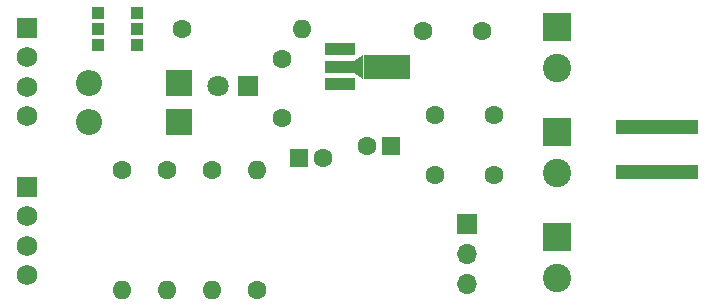
<source format=gbr>
G04 #@! TF.GenerationSoftware,KiCad,Pcbnew,5.0.0*
G04 #@! TF.CreationDate,2018-08-13T20:41:57+02:00*
G04 #@! TF.ProjectId,bobbycar,626F6262796361722E6B696361645F70,rev?*
G04 #@! TF.SameCoordinates,Original*
G04 #@! TF.FileFunction,Soldermask,Top*
G04 #@! TF.FilePolarity,Negative*
%FSLAX46Y46*%
G04 Gerber Fmt 4.6, Leading zero omitted, Abs format (unit mm)*
G04 Created by KiCad (PCBNEW 5.0.0) date Mon Aug 13 20:41:57 2018*
%MOMM*%
%LPD*%
G01*
G04 APERTURE LIST*
%ADD10C,1.600000*%
%ADD11O,1.600000X1.600000*%
%ADD12O,2.200000X2.200000*%
%ADD13R,2.200000X2.200000*%
%ADD14R,2.500000X1.000000*%
%ADD15R,4.000000X2.000000*%
%ADD16C,0.750000*%
%ADD17C,0.100000*%
%ADD18R,1.700000X1.700000*%
%ADD19O,1.700000X1.700000*%
%ADD20R,1.600000X1.600000*%
%ADD21C,1.750000*%
%ADD22R,1.750000X1.750000*%
%ADD23R,2.400000X2.400000*%
%ADD24C,2.400000*%
%ADD25R,1.800000X1.800000*%
%ADD26C,1.800000*%
%ADD27R,1.000000X1.000000*%
%ADD28R,7.000000X1.270000*%
G04 APERTURE END LIST*
D10*
G04 #@! TO.C,C2*
X139018000Y-100965000D03*
X144018000Y-100965000D03*
G04 #@! TD*
G04 #@! TO.C,C3*
X126111000Y-96139000D03*
X126111000Y-91139000D03*
G04 #@! TD*
G04 #@! TO.C,C4*
X143049000Y-88773000D03*
X138049000Y-88773000D03*
G04 #@! TD*
G04 #@! TO.C,C1*
X139001500Y-95885000D03*
X144001500Y-95885000D03*
G04 #@! TD*
D11*
G04 #@! TO.C,R2*
X123952000Y-100584000D03*
D10*
X123952000Y-110744000D03*
G04 #@! TD*
D12*
G04 #@! TO.C,D1*
X109728000Y-93218000D03*
D13*
X117348000Y-93218000D03*
G04 #@! TD*
G04 #@! TO.C,D2*
X117348000Y-96520000D03*
D12*
X109728000Y-96520000D03*
G04 #@! TD*
D14*
G04 #@! TO.C,U1*
X130978000Y-90321000D03*
X130978000Y-91821000D03*
X130978000Y-93321000D03*
D15*
X134938000Y-91821000D03*
D16*
X132588000Y-91821000D03*
D17*
G36*
X132963000Y-92821000D02*
X132213000Y-92321000D01*
X132213000Y-91321000D01*
X132963000Y-90821000D01*
X132963000Y-92821000D01*
X132963000Y-92821000D01*
G37*
G04 #@! TD*
D18*
G04 #@! TO.C,UART1*
X141732000Y-105156000D03*
D19*
X141732000Y-107696000D03*
X141732000Y-110236000D03*
G04 #@! TD*
D10*
G04 #@! TO.C,R1*
X120142000Y-100584000D03*
D11*
X120142000Y-110744000D03*
G04 #@! TD*
D10*
G04 #@! TO.C,R3*
X117602000Y-88646000D03*
D11*
X127762000Y-88646000D03*
G04 #@! TD*
G04 #@! TO.C,R4*
X112522000Y-110744000D03*
D10*
X112522000Y-100584000D03*
G04 #@! TD*
G04 #@! TO.C,R5*
X116332000Y-100584000D03*
D11*
X116332000Y-110744000D03*
G04 #@! TD*
D10*
G04 #@! TO.C,C5*
X129540000Y-99568000D03*
D20*
X127540000Y-99568000D03*
G04 #@! TD*
G04 #@! TO.C,C6*
X135318500Y-98552000D03*
D10*
X133318500Y-98552000D03*
G04 #@! TD*
D21*
G04 #@! TO.C,J1*
X104521000Y-96019000D03*
X104521000Y-93519000D03*
X104521000Y-91019000D03*
D22*
X104521000Y-88519000D03*
G04 #@! TD*
G04 #@! TO.C,J2*
X104521000Y-101981000D03*
D21*
X104521000Y-104481000D03*
X104521000Y-106981000D03*
X104521000Y-109481000D03*
G04 #@! TD*
D23*
G04 #@! TO.C,J4*
X149352000Y-106228000D03*
D24*
X149352000Y-109728000D03*
G04 #@! TD*
G04 #@! TO.C,J5*
X149352000Y-91948000D03*
D23*
X149352000Y-88448000D03*
G04 #@! TD*
G04 #@! TO.C,J3*
X149352000Y-97338000D03*
D24*
X149352000Y-100838000D03*
G04 #@! TD*
D25*
G04 #@! TO.C,D3*
X123190000Y-93472000D03*
D26*
X120650000Y-93472000D03*
G04 #@! TD*
D27*
G04 #@! TO.C,JP1*
X110490000Y-88646000D03*
X110490000Y-87296000D03*
X110490000Y-89996000D03*
G04 #@! TD*
G04 #@! TO.C,JP2*
X113792000Y-89996000D03*
X113792000Y-87296000D03*
X113792000Y-88646000D03*
G04 #@! TD*
D28*
G04 #@! TO.C,J6*
X157792800Y-96906000D03*
X157792800Y-100706000D03*
G04 #@! TD*
M02*

</source>
